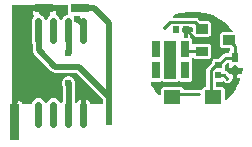
<source format=gtl>
G04 Layer: TopLayer*
G04 EasyEDA v6.4.25, 2021-12-20T14:24:14+08:00*
G04 e4404237a4cc4071a16999871e39c68f,c1e8d67ad17f4412881db65ed68e30a3,10*
G04 Gerber Generator version 0.2*
G04 Scale: 100 percent, Rotated: No, Reflected: No *
G04 Dimensions in millimeters *
G04 leading zeros omitted , absolute positions ,4 integer and 5 decimal *
%FSLAX45Y45*%
%MOMM*%

%ADD10C,0.2540*%
%ADD11C,0.5000*%
%ADD12C,0.6300*%
%ADD13C,0.6096*%
%ADD14C,0.2500*%
%ADD17R,0.5400X0.5657*%
%ADD19R,0.7000X1.4000*%
%ADD20R,1.0000X3.2000*%
%ADD21R,1.4000X1.2000*%
%ADD22R,0.5400X0.7901*%
%ADD23R,1.5000X0.8000*%

%LPD*%
G36*
X2191969Y13896746D02*
G01*
X2188057Y13897508D01*
X2184755Y13899692D01*
X2182571Y13902994D01*
X2181809Y13906906D01*
X2181809Y13944955D01*
X2180082Y13944955D01*
X2176170Y13945717D01*
X2172868Y13947952D01*
X2170684Y13951254D01*
X2169922Y13955115D01*
X2169922Y13974521D01*
X2170684Y13978382D01*
X2172868Y13981684D01*
X2176170Y13983919D01*
X2180082Y13984681D01*
X2183180Y13984681D01*
X2185466Y13987373D01*
X2188514Y13989100D01*
X2191969Y13989710D01*
X2212594Y13989710D01*
X2216048Y13989100D01*
X2219096Y13987373D01*
X2221382Y13984681D01*
X2250033Y13984681D01*
X2253894Y13983919D01*
X2257196Y13981684D01*
X2259431Y13978382D01*
X2260193Y13974521D01*
X2260193Y13955115D01*
X2259431Y13951254D01*
X2257196Y13947952D01*
X2253894Y13945717D01*
X2250033Y13944955D01*
X2222754Y13944955D01*
X2222754Y13906906D01*
X2221992Y13902994D01*
X2219807Y13899692D01*
X2216505Y13897508D01*
X2212594Y13896746D01*
G37*

%LPD*%
G36*
X1981301Y13408812D02*
G01*
X1977440Y13409472D01*
X1974138Y13411555D01*
X1966163Y13422833D01*
X1959254Y13429742D01*
X1951329Y13435330D01*
X1941322Y13439901D01*
X1938426Y13441934D01*
X1936394Y13444829D01*
X1935480Y13448233D01*
X1935022Y13453160D01*
X1932533Y13462558D01*
X1928368Y13471398D01*
X1922830Y13479373D01*
X1915922Y13486231D01*
X1904085Y13494512D01*
X1902053Y13498118D01*
X1901545Y13502182D01*
X1901901Y13506043D01*
X1901240Y13513866D01*
X1901698Y13518032D01*
X1903831Y13521639D01*
X1907235Y13524026D01*
X1911350Y13524890D01*
X1979523Y13524890D01*
X1985873Y13525601D01*
X1991309Y13527532D01*
X1994712Y13529665D01*
X1998218Y13531037D01*
X2001977Y13531037D01*
X2005482Y13529665D01*
X2008886Y13527532D01*
X2014372Y13525601D01*
X2020671Y13524890D01*
X2119528Y13524890D01*
X2125827Y13525601D01*
X2131314Y13527532D01*
X2134717Y13529665D01*
X2138222Y13531037D01*
X2141982Y13531037D01*
X2145487Y13529665D01*
X2148890Y13527532D01*
X2154326Y13525601D01*
X2160676Y13524890D01*
X2229510Y13524890D01*
X2235860Y13525601D01*
X2241296Y13527532D01*
X2246223Y13530630D01*
X2250287Y13534694D01*
X2253386Y13539622D01*
X2255316Y13545057D01*
X2256028Y13551407D01*
X2256028Y13690244D01*
X2255316Y13696594D01*
X2253386Y13702030D01*
X2251252Y13705433D01*
X2249881Y13708938D01*
X2249881Y13712698D01*
X2251252Y13716203D01*
X2253437Y13719708D01*
X2255875Y13722350D01*
X2259126Y13724026D01*
X2262733Y13724432D01*
X2266238Y13723518D01*
X2269998Y13720724D01*
X2274874Y13717625D01*
X2280361Y13715746D01*
X2286660Y13714984D01*
X2385517Y13714984D01*
X2391867Y13715746D01*
X2397302Y13717625D01*
X2402230Y13720724D01*
X2406294Y13724788D01*
X2409393Y13729716D01*
X2411272Y13735151D01*
X2411984Y13741501D01*
X2411984Y13820343D01*
X2411272Y13826693D01*
X2409393Y13832128D01*
X2406294Y13837005D01*
X2402230Y13841120D01*
X2397302Y13844219D01*
X2391867Y13846098D01*
X2385517Y13846810D01*
X2286660Y13846810D01*
X2280361Y13846098D01*
X2274874Y13844219D01*
X2271572Y13842136D01*
X2267508Y13840663D01*
X2263241Y13840968D01*
X2259482Y13843050D01*
X2256942Y13846505D01*
X2256028Y13850721D01*
X2256028Y13870228D01*
X2255316Y13876578D01*
X2253386Y13882014D01*
X2250287Y13886942D01*
X2246223Y13891006D01*
X2241296Y13894104D01*
X2239772Y13894663D01*
X2236216Y13896797D01*
X2233777Y13900150D01*
X2232964Y13904213D01*
X2233777Y13908278D01*
X2236216Y13911681D01*
X2239772Y13913815D01*
X2241753Y13914526D01*
X2246680Y13917625D01*
X2248408Y13919301D01*
X2251354Y13921384D01*
X2254910Y13922298D01*
X2258517Y13921892D01*
X2261717Y13920216D01*
X2264156Y13917523D01*
X2265883Y13914831D01*
X2269998Y13910716D01*
X2274874Y13907668D01*
X2280361Y13905738D01*
X2286660Y13905026D01*
X2385517Y13905026D01*
X2391867Y13905738D01*
X2397302Y13907668D01*
X2402230Y13910716D01*
X2406294Y13914831D01*
X2409393Y13919707D01*
X2411272Y13925194D01*
X2411984Y13931493D01*
X2411984Y14010335D01*
X2411272Y14016685D01*
X2409393Y14022120D01*
X2406294Y14027048D01*
X2402230Y14031112D01*
X2397302Y14034211D01*
X2391867Y14036141D01*
X2385517Y14036852D01*
X2328976Y14036852D01*
X2325116Y14037614D01*
X2321814Y14039799D01*
X2306370Y14055242D01*
X2300122Y14060373D01*
X2293467Y14063929D01*
X2286203Y14066113D01*
X2278176Y14066926D01*
X2102612Y14066926D01*
X2098700Y14067688D01*
X2095398Y14069923D01*
X2093214Y14073276D01*
X2092452Y14077238D01*
X2093315Y14081099D01*
X2095550Y14084401D01*
X2098954Y14086535D01*
X2119528Y14094510D01*
X2146808Y14103045D01*
X2174544Y14109700D01*
X2202738Y14114526D01*
X2231136Y14117421D01*
X2259685Y14118437D01*
X2288235Y14117574D01*
X2316683Y14114780D01*
X2344877Y14110055D01*
X2372664Y14103502D01*
X2399995Y14095120D01*
X2426665Y14084909D01*
X2452624Y14072920D01*
X2477719Y14059255D01*
X2501798Y14043964D01*
X2524861Y14027099D01*
X2546705Y14008709D01*
X2567330Y13988897D01*
X2586532Y13967764D01*
X2594051Y13958316D01*
X2595829Y13954963D01*
X2596235Y13951204D01*
X2595270Y13947597D01*
X2593035Y13944549D01*
X2589834Y13942517D01*
X2586126Y13941806D01*
X2516682Y13941806D01*
X2510332Y13941094D01*
X2504897Y13939215D01*
X2499969Y13936116D01*
X2495905Y13932052D01*
X2492806Y13927124D01*
X2490876Y13921689D01*
X2490165Y13915339D01*
X2490165Y13836497D01*
X2490876Y13830147D01*
X2492806Y13824712D01*
X2495905Y13819784D01*
X2499969Y13815720D01*
X2504897Y13812621D01*
X2510332Y13810742D01*
X2516682Y13810030D01*
X2567432Y13810030D01*
X2571343Y13809218D01*
X2574594Y13807033D01*
X2576830Y13803731D01*
X2577592Y13799870D01*
X2577592Y13795400D01*
X2577033Y13792149D01*
X2575509Y13789202D01*
X2569006Y13782852D01*
X2565908Y13777925D01*
X2564079Y13772642D01*
X2561894Y13769086D01*
X2558542Y13766698D01*
X2554478Y13765834D01*
X2539034Y13765834D01*
X2531008Y13765022D01*
X2523744Y13762837D01*
X2517089Y13759281D01*
X2510891Y13754150D01*
X2479090Y13722350D01*
X2475788Y13720165D01*
X2471877Y13719403D01*
X2450084Y13719403D01*
X2443734Y13718692D01*
X2438298Y13716762D01*
X2433370Y13713663D01*
X2429306Y13709599D01*
X2426208Y13704671D01*
X2424328Y13699236D01*
X2423617Y13691311D01*
X2422804Y13687450D01*
X2420620Y13684148D01*
X2386076Y13649553D01*
X2380945Y13643356D01*
X2377389Y13636650D01*
X2375204Y13629436D01*
X2374392Y13621410D01*
X2374392Y13489381D01*
X2373731Y13485774D01*
X2371801Y13482624D01*
X2368905Y13480338D01*
X2365349Y13479272D01*
X2358339Y13478510D01*
X2352903Y13476579D01*
X2347976Y13473531D01*
X2343912Y13469416D01*
X2340813Y13464540D01*
X2339390Y13460476D01*
X2337460Y13457174D01*
X2334412Y13454786D01*
X2330704Y13453719D01*
X2326843Y13454126D01*
X2318918Y13456513D01*
X2310892Y13457326D01*
X2190140Y13457326D01*
X2186076Y13458190D01*
X2182672Y13460577D01*
X2177288Y13469416D01*
X2173224Y13473531D01*
X2168296Y13476579D01*
X2162860Y13478510D01*
X2156561Y13479221D01*
X2017674Y13479221D01*
X2011375Y13478510D01*
X2005888Y13476579D01*
X2001012Y13473531D01*
X1996897Y13469416D01*
X1993798Y13464540D01*
X1991918Y13459053D01*
X1991207Y13452754D01*
X1991207Y13418972D01*
X1990445Y13415162D01*
X1988312Y13411911D01*
X1985111Y13409676D01*
G37*

%LPD*%
G36*
X2539644Y13370204D02*
G01*
X2535885Y13371118D01*
X2532786Y13373354D01*
X2530703Y13376605D01*
X2529992Y13380364D01*
X2529992Y13452754D01*
X2529281Y13459053D01*
X2527401Y13464540D01*
X2524302Y13469416D01*
X2520188Y13473531D01*
X2515311Y13476579D01*
X2509824Y13478510D01*
X2503525Y13479221D01*
X2461768Y13479221D01*
X2457856Y13479983D01*
X2454605Y13482218D01*
X2452370Y13485520D01*
X2451608Y13489381D01*
X2451608Y13514273D01*
X2452370Y13518184D01*
X2454605Y13521486D01*
X2457856Y13523671D01*
X2461768Y13524433D01*
X2502916Y13524433D01*
X2509266Y13525144D01*
X2514041Y13526820D01*
X2517495Y13527379D01*
X2520899Y13526769D01*
X2523896Y13525042D01*
X2531313Y13518794D01*
X2537968Y13515289D01*
X2545181Y13513104D01*
X2552700Y13512342D01*
X2560218Y13513104D01*
X2567432Y13515289D01*
X2574137Y13518845D01*
X2579979Y13523620D01*
X2584754Y13529462D01*
X2588310Y13536168D01*
X2591460Y13546988D01*
X2593492Y13549833D01*
X2596337Y13551865D01*
X2596337Y13592098D01*
X2570276Y13592098D01*
X2566416Y13592860D01*
X2563114Y13595096D01*
X2552598Y13605560D01*
X2546400Y13610691D01*
X2539746Y13614247D01*
X2534564Y13615822D01*
X2530957Y13617752D01*
X2528417Y13620953D01*
X2527350Y13624864D01*
X2527909Y13628928D01*
X2528671Y13631163D01*
X2529382Y13637463D01*
X2529382Y13659307D01*
X2530195Y13663168D01*
X2532380Y13666469D01*
X2548382Y13682472D01*
X2551785Y13684757D01*
X2555798Y13685469D01*
X2559761Y13684554D01*
X2563063Y13682167D01*
X2565146Y13678662D01*
X2566060Y13676071D01*
X2566619Y13672718D01*
X2566060Y13669365D01*
X2564028Y13663472D01*
X2563317Y13657122D01*
X2563317Y13644321D01*
X2596337Y13644321D01*
X2596337Y13651636D01*
X2597099Y13655548D01*
X2599334Y13658850D01*
X2602636Y13661034D01*
X2606497Y13661796D01*
X2625902Y13661796D01*
X2629763Y13661034D01*
X2633065Y13658850D01*
X2635300Y13655548D01*
X2636062Y13651636D01*
X2636062Y13644321D01*
X2674213Y13644321D01*
X2678430Y13643406D01*
X2681884Y13640866D01*
X2683967Y13637107D01*
X2684322Y13632840D01*
X2682748Y13620953D01*
X2678633Y13600277D01*
X2677363Y13597026D01*
X2675128Y13594435D01*
X2672080Y13592708D01*
X2668676Y13592098D01*
X2636062Y13592098D01*
X2636062Y13552779D01*
X2642565Y13552779D01*
X2650337Y13553744D01*
X2654401Y13553389D01*
X2658008Y13551509D01*
X2660548Y13548360D01*
X2661666Y13544397D01*
X2660446Y13538352D01*
X2649372Y13511987D01*
X2636570Y13486434D01*
X2622143Y13461796D01*
X2606040Y13438174D01*
X2588463Y13415670D01*
X2569362Y13394436D01*
X2548890Y13374471D01*
X2546756Y13372642D01*
X2543403Y13370763D01*
G37*

%LPD*%
G36*
X736092Y13125907D02*
G01*
X732180Y13126669D01*
X728878Y13128904D01*
X726694Y13132155D01*
X725932Y13136067D01*
X725932Y14163954D01*
X726694Y14167815D01*
X728878Y14171117D01*
X732180Y14173301D01*
X736092Y14174114D01*
X1192225Y14174114D01*
X1196136Y14173301D01*
X1199438Y14171117D01*
X1201623Y14167815D01*
X1202385Y14163954D01*
X1202385Y14108379D01*
X1202994Y14102842D01*
X1202740Y14099032D01*
X1201013Y14095577D01*
X1198168Y14092986D01*
X1194612Y14091666D01*
X1192428Y14091310D01*
X1183436Y14088262D01*
X1175105Y14083741D01*
X1167638Y14077899D01*
X1161237Y14070939D01*
X1156055Y14063014D01*
X1152296Y14054480D01*
X1150061Y14051280D01*
X1146810Y14049146D01*
X1143000Y14048384D01*
X1139190Y14049146D01*
X1135938Y14051280D01*
X1133703Y14054480D01*
X1129944Y14063014D01*
X1124762Y14070939D01*
X1118362Y14077899D01*
X1110894Y14083741D01*
X1106881Y14085874D01*
X1104087Y14088110D01*
X1102258Y14091157D01*
X1101598Y14094663D01*
X1102156Y14098168D01*
X1103477Y14102029D01*
X1104188Y14108379D01*
X1104188Y14121434D01*
X1047140Y14121434D01*
X1047140Y14087957D01*
X1046683Y14084909D01*
X1045362Y14082166D01*
X1043228Y14079931D01*
X1040637Y14077899D01*
X1034237Y14070939D01*
X1029055Y14063014D01*
X1025296Y14054480D01*
X1023061Y14051280D01*
X1019810Y14049146D01*
X1016000Y14048384D01*
X1012190Y14049146D01*
X1008938Y14051280D01*
X1006703Y14054480D01*
X1002944Y14063014D01*
X997762Y14070939D01*
X991362Y14077899D01*
X983894Y14083741D01*
X975563Y14088262D01*
X966317Y14091412D01*
X962710Y14093545D01*
X960323Y14096949D01*
X959459Y14101013D01*
X959459Y14121434D01*
X902411Y14121434D01*
X902411Y14108379D01*
X903122Y14102029D01*
X905002Y14096593D01*
X908100Y14091666D01*
X910691Y14089075D01*
X912876Y14085874D01*
X913688Y14082115D01*
X913028Y14078305D01*
X910996Y14075003D01*
X907237Y14070939D01*
X902055Y14063014D01*
X898245Y14054328D01*
X895908Y14045133D01*
X895096Y14035278D01*
X895096Y13874140D01*
X895908Y13864234D01*
X898245Y13855090D01*
X902055Y13846403D01*
X904748Y13841526D01*
X905154Y13838631D01*
X905154Y13788847D01*
X905357Y13784224D01*
X905916Y13779804D01*
X906881Y13775486D01*
X908202Y13771219D01*
X909929Y13767155D01*
X911961Y13763193D01*
X914349Y13759434D01*
X917041Y13755928D01*
X920191Y13752474D01*
X1056030Y13616635D01*
X1059484Y13613485D01*
X1062990Y13610793D01*
X1066749Y13608405D01*
X1070711Y13606373D01*
X1074775Y13604646D01*
X1079042Y13603325D01*
X1083360Y13602360D01*
X1087780Y13601801D01*
X1092403Y13601598D01*
X1270101Y13601598D01*
X1274013Y13600836D01*
X1277264Y13598601D01*
X1495501Y13380364D01*
X1497736Y13377113D01*
X1498498Y13373201D01*
X1498498Y13345160D01*
X1497736Y13341248D01*
X1495501Y13337997D01*
X1492199Y13335762D01*
X1488338Y13335000D01*
X1399032Y13335000D01*
X1394714Y13335965D01*
X1391208Y13338708D01*
X1389176Y13342670D01*
X1387754Y13348309D01*
X1383944Y13356996D01*
X1378762Y13364921D01*
X1372362Y13371931D01*
X1364894Y13377722D01*
X1356563Y13382244D01*
X1355598Y13382548D01*
X1355598Y13345160D01*
X1354836Y13341248D01*
X1352600Y13337997D01*
X1349349Y13335762D01*
X1345438Y13335000D01*
X1321562Y13335000D01*
X1317650Y13335762D01*
X1314399Y13337997D01*
X1312164Y13341248D01*
X1311402Y13345160D01*
X1311402Y13382548D01*
X1310436Y13382244D01*
X1302105Y13377722D01*
X1294638Y13371931D01*
X1288237Y13364921D01*
X1283055Y13356996D01*
X1280363Y13350951D01*
X1278128Y13347750D01*
X1274826Y13345617D01*
X1270965Y13344855D01*
X1267104Y13345668D01*
X1263853Y13347903D01*
X1261668Y13351154D01*
X1260906Y13355015D01*
X1260906Y13497661D01*
X1261973Y13502995D01*
X1262837Y13512800D01*
X1261973Y13522604D01*
X1259433Y13532053D01*
X1255318Y13540994D01*
X1249680Y13549020D01*
X1242720Y13555980D01*
X1234694Y13561618D01*
X1225753Y13565733D01*
X1216304Y13568273D01*
X1206500Y13569137D01*
X1196695Y13568273D01*
X1187246Y13565733D01*
X1178306Y13561618D01*
X1170279Y13555980D01*
X1163320Y13549020D01*
X1157681Y13540994D01*
X1153566Y13532053D01*
X1151026Y13522604D01*
X1150162Y13512800D01*
X1151026Y13502995D01*
X1153566Y13493546D01*
X1158138Y13483742D01*
X1159103Y13479424D01*
X1159103Y13364718D01*
X1158697Y13361822D01*
X1156055Y13356996D01*
X1152296Y13348462D01*
X1150061Y13345261D01*
X1146810Y13343178D01*
X1143000Y13342416D01*
X1139190Y13343178D01*
X1135938Y13345261D01*
X1133703Y13348462D01*
X1129944Y13356996D01*
X1124762Y13364921D01*
X1118362Y13371931D01*
X1110894Y13377722D01*
X1102563Y13382244D01*
X1093571Y13385342D01*
X1084224Y13386866D01*
X1074775Y13386866D01*
X1065428Y13385342D01*
X1056436Y13382244D01*
X1048105Y13377722D01*
X1040637Y13371931D01*
X1034237Y13364921D01*
X1029055Y13356996D01*
X1025296Y13348462D01*
X1023061Y13345261D01*
X1019810Y13343178D01*
X1016000Y13342416D01*
X1012190Y13343178D01*
X1008938Y13345261D01*
X1006703Y13348462D01*
X1002944Y13356996D01*
X997762Y13364921D01*
X991362Y13371931D01*
X983894Y13377722D01*
X975563Y13382244D01*
X966571Y13385342D01*
X957224Y13386866D01*
X947775Y13386866D01*
X938428Y13385342D01*
X929436Y13382244D01*
X921105Y13377722D01*
X913637Y13371931D01*
X907237Y13364921D01*
X902055Y13356996D01*
X898245Y13348309D01*
X896823Y13342670D01*
X894791Y13338708D01*
X891286Y13335965D01*
X886968Y13335000D01*
X822858Y13335000D01*
X818794Y13335863D01*
X815441Y13338251D01*
X813308Y13341807D01*
X812596Y13343788D01*
X809498Y13348716D01*
X805434Y13352780D01*
X800506Y13355878D01*
X795070Y13357809D01*
X788720Y13358520D01*
X775665Y13358520D01*
X775665Y13345160D01*
X774852Y13341248D01*
X772668Y13337997D01*
X769366Y13335762D01*
X765505Y13335000D01*
X762152Y13334847D01*
X762000Y13333984D01*
X762000Y13136067D01*
X761238Y13132155D01*
X759002Y13128904D01*
X755751Y13126669D01*
X751840Y13125907D01*
G37*

%LPD*%
D10*
X2202284Y13964815D02*
G01*
X2291184Y13875915D01*
X2476500Y13875915D01*
X2019300Y13977515D02*
G01*
X2070100Y14028315D01*
X2278694Y14028315D01*
X2336106Y13970904D01*
X2087090Y13393315D02*
G01*
X2112490Y13418715D01*
X2311400Y13418715D01*
X2476500Y13578631D02*
G01*
X2524968Y13578631D01*
X2552700Y13550900D01*
X2434109Y13393315D02*
G01*
X2413000Y13414430D01*
X2413000Y13621915D01*
X2456284Y13665200D01*
X2476500Y13665200D01*
X2476500Y13665200D02*
G01*
X2538524Y13727224D01*
X2616200Y13727224D01*
X2566106Y13875915D02*
G01*
X2616200Y13825809D01*
X2616200Y13727224D01*
X2195090Y13800813D02*
G01*
X2214984Y13780919D01*
X2336106Y13780919D01*
D11*
X1303273Y14147800D02*
G01*
X1422400Y14147800D01*
X1549400Y14020800D01*
X1549400Y13182600D01*
X956055Y13942060D02*
G01*
X956055Y13788644D01*
X1092200Y13652500D01*
X1295400Y13652500D01*
X1549400Y13398500D01*
X1549400Y13182600D01*
X1282700Y14058900D02*
G01*
X1337015Y14004584D01*
X1337015Y13942009D01*
X1210015Y13235993D02*
G01*
X1210015Y13509284D01*
X1206500Y13512800D01*
X1210015Y13942006D02*
G01*
X1210015Y13770315D01*
X1206500Y13766800D01*
D12*
X952500Y13329691D02*
G01*
X952500Y13167690D01*
X1079500Y13329691D02*
G01*
X1079500Y13167690D01*
X1206500Y13329691D02*
G01*
X1206500Y13167690D01*
X1333500Y13329691D02*
G01*
X1333500Y13167690D01*
X952500Y14035709D02*
G01*
X952500Y13873708D01*
X1079500Y14035709D02*
G01*
X1079500Y13873708D01*
X1206500Y14035709D02*
G01*
X1206500Y13873708D01*
X1333500Y14035709D02*
G01*
X1333500Y13873708D01*
G36*
X709297Y13332599D02*
G01*
X789297Y13332599D01*
X789297Y13032600D01*
X709297Y13032600D01*
G37*
G36*
X2143998Y13991818D02*
G01*
X2143998Y13937818D01*
X2087435Y13937818D01*
X2087435Y13991818D01*
G37*
G36*
X2174001Y13991818D02*
G01*
X2174001Y13937818D01*
X2230564Y13937818D01*
X2230564Y13991818D01*
G37*
G36*
X2503500Y13636919D02*
G01*
X2449499Y13636919D01*
X2449499Y13693482D01*
X2503500Y13693482D01*
G37*
D17*
G01*
X2476500Y13578636D03*
G36*
X2286099Y13820917D02*
G01*
X2386098Y13820917D01*
X2386098Y13740917D01*
X2286099Y13740917D01*
G37*
G36*
X2516101Y13915913D02*
G01*
X2616100Y13915913D01*
X2616100Y13835913D01*
X2516101Y13835913D01*
G37*
G36*
X2286101Y14010919D02*
G01*
X2386101Y14010919D01*
X2386101Y13930919D01*
X2286101Y13930919D01*
G37*
D19*
G01*
X2195093Y13800810D03*
D20*
G01*
X2070100Y13710818D03*
D19*
G01*
X1945106Y13620826D03*
G01*
X2195093Y13620826D03*
G01*
X1945106Y13800810D03*
D21*
G01*
X2087092Y13393318D03*
G01*
X2434107Y13393318D03*
G36*
X2643200Y13687719D02*
G01*
X2589199Y13687719D01*
X2589199Y13766728D01*
X2643200Y13766728D01*
G37*
D22*
G01*
X2616200Y13618210D03*
D23*
G01*
X1003300Y14147800D03*
G01*
X1303299Y14147800D03*
D13*
G01*
X1206500Y13766800D03*
G01*
X1206500Y13512800D03*
G01*
X1282700Y14058900D03*
G01*
X956005Y13942009D03*
G01*
X1549298Y13182600D03*
G01*
X1003300Y14147800D03*
G01*
X800100Y13512800D03*
D14*
G01*
X2260600Y13482218D03*
G01*
X2476500Y13875918D03*
G01*
X2641600Y13533018D03*
G01*
X2019300Y13977518D03*
G01*
X2311400Y13418718D03*
G01*
X2552700Y13550900D03*
M02*

</source>
